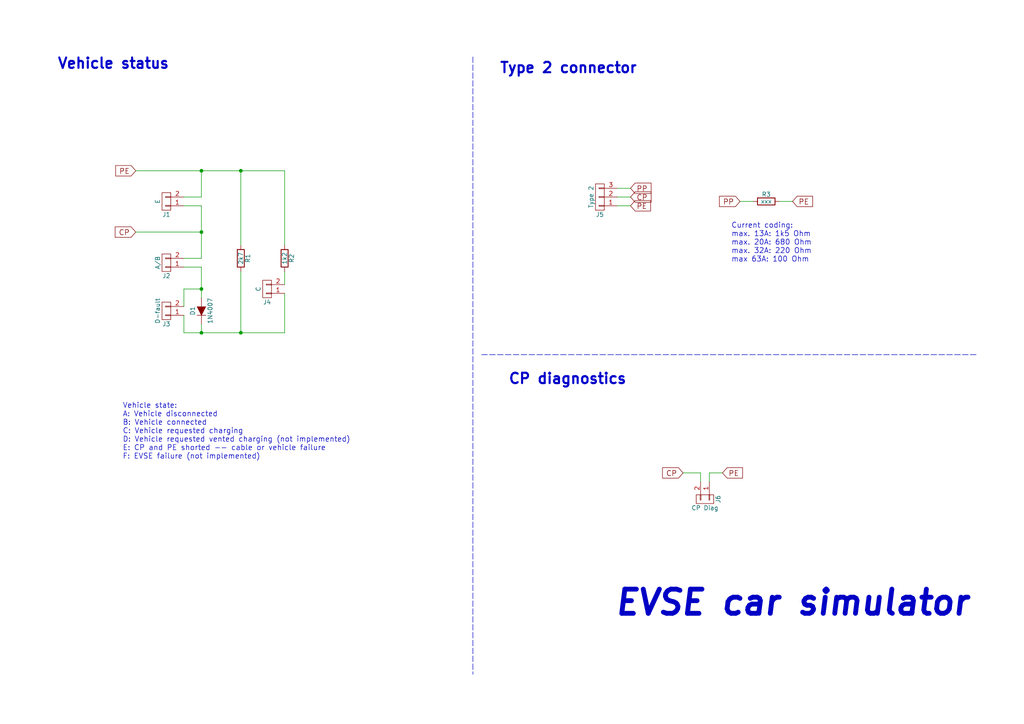
<source format=kicad_sch>
(kicad_sch (version 20231120) (generator "eeschema") (generator_version "8.0")
  (paper "A4")
  (title_block (title "Car simulator") (date "2018-11-26") (rev "0.5") (company "Mathias Dalheimer"))
  (lib_symbols
    (symbol "EVSE-Car-Simulator-rescue:CONN_01X02" (pin_names (offset 1.016) hide)
      (property "Reference" "P" (at 0 3.81 0))
      (property "Value" "CONN_01X02" (at 2.54 0 90))
      (symbol "CONN_01X02_0_1"
        (rectangle (start -1.27 -1.143) (end 0.254 -1.397))
        (rectangle (start -1.27 1.397) (end 0.254 1.143))
        (rectangle (start -1.27 2.54) (end 1.27 -2.54))
      )
      (symbol "CONN_01X02_1_1"
        (pin passive line (at -5.08 1.27 0) (length 3.81) (name "P1") (number "1"))
        (pin passive line (at -5.08 -1.27 0) (length 3.81) (name "P2") (number "2"))
      )
    )
    (symbol "EVSE-Car-Simulator-rescue:CONN_01X03" (pin_names (offset 1.016) hide)
      (property "Reference" "P" (at 0 5.08 0))
      (property "Value" "CONN_01X03" (at 2.54 0 90))
      (symbol "CONN_01X03_0_1"
        (rectangle (start -1.27 -2.413) (end 0.254 -2.667))
        (rectangle (start -1.27 0.127) (end 0.254 -0.127))
        (rectangle (start -1.27 2.667) (end 0.254 2.413))
        (rectangle (start -1.27 3.81) (end 1.27 -3.81))
      )
      (symbol "CONN_01X03_1_1"
        (pin passive line (at -5.08 2.54 0) (length 3.81) (name "P1") (number "1"))
        (pin passive line (at -5.08 0 0) (length 3.81) (name "P2") (number "2"))
        (pin passive line (at -5.08 -2.54 0) (length 3.81) (name "P3") (number "3"))
      )
    )
    (symbol "EVSE-Car-Simulator-rescue:D" (pin_numbers hide) (pin_names (offset 1.016) hide)
      (property "Reference" "D" (at 0 2.54 0))
      (property "Value" "D" (at 0 -2.54 0))
      (symbol "D_0_1"
        (polyline (pts (xy -1.27 1.27) (xy -1.27 -1.27)) (stroke (width 0.1524)))
        (polyline (pts (xy 1.27 1.27) (xy -1.27 0) (xy 1.27 -1.27)) (fill (type outline)))
      )
      (symbol "D_1_1"
        (pin passive line (at -3.81 0 0) (length 2.54) (name "K") (number "1"))
        (pin passive line (at 3.81 0 180) (length 2.54) (name "A") (number "2"))
      )
    )
    (symbol "EVSE-Car-Simulator-rescue:R-RESCUE-EVSE-Car-Simulator" (pin_numbers hide) (pin_names (offset 0))
      (property "Reference" "R" (at 2.032 0 90))
      (property "Value" "R-RESCUE-EVSE-Car-Simulator" (at 0 0 90))
      (symbol "R-RESCUE-EVSE-Car-Simulator_0_1"
        (rectangle (start -1.016 -2.54) (end 1.016 2.54) (stroke (width 0.254)))
      )
      (symbol "R-RESCUE-EVSE-Car-Simulator_1_1"
        (pin passive line (at 0 3.81 270) (length 1.27) (name "~") (number "1"))
        (pin passive line (at 0 -3.81 90) (length 1.27) (name "~") (number "2"))
      )
    )
  )
  (junction (at 58.42 67.31))
  (junction (at 58.42 49.53))
  (junction (at 69.85 49.53))
  (junction (at 69.85 96.52))
  (junction (at 58.42 83.82))
  (junction (at 58.42 96.52))
  (wire (pts (xy 198.12 137.16) (xy 203.2 137.16)))
  (wire (pts (xy 53.34 96.52) (xy 58.42 96.52)))
  (wire (pts (xy 58.42 83.82) (xy 58.42 77.47)))
  (wire (pts (xy 58.42 93.98) (xy 58.42 96.52)))
  (wire (pts (xy 58.42 83.82) (xy 58.42 86.36)))
  (wire (pts (xy 69.85 96.52) (xy 82.55 96.52)))
  (wire (pts (xy 69.85 78.74) (xy 69.85 96.52)))
  (wire (pts (xy 53.34 57.15) (xy 58.42 57.15)))
  (wire (pts (xy 39.37 67.31) (xy 58.42 67.31)))
  (wire (pts (xy 53.34 83.82) (xy 58.42 83.82)))
  (wire (pts (xy 82.55 49.53) (xy 82.55 71.12)))
  (wire (pts (xy 82.55 96.52) (xy 82.55 85.09)))
  (wire (pts (xy 182.88 54.61) (xy 179.07 54.61)))
  (polyline (pts (xy 139.7 102.87) (xy 283.21 102.87)) (stroke (width 0) (type dash)))
  (wire (pts (xy 182.88 57.15) (xy 179.07 57.15)))
  (wire (pts (xy 82.55 82.55) (xy 82.55 78.74)))
  (wire (pts (xy 53.34 74.93) (xy 58.42 74.93)))
  (wire (pts (xy 69.85 49.53) (xy 82.55 49.53)))
  (wire (pts (xy 203.2 137.16) (xy 203.2 139.7)))
  (wire (pts (xy 53.34 91.44) (xy 53.34 96.52)))
  (wire (pts (xy 179.07 59.69) (xy 182.88 59.69)))
  (wire (pts (xy 205.74 139.7) (xy 205.74 137.16)))
  (wire (pts (xy 39.37 49.53) (xy 58.42 49.53)))
  (wire (pts (xy 69.85 49.53) (xy 69.85 71.12)))
  (wire (pts (xy 58.42 67.31) (xy 58.42 74.93)))
  (polyline (pts (xy 137.16 16.51) (xy 137.16 195.58)) (stroke (width 0) (type dash)))
  (wire (pts (xy 53.34 88.9) (xy 53.34 83.82)))
  (wire (pts (xy 226.06 58.42) (xy 229.87 58.42)))
  (wire (pts (xy 58.42 59.69) (xy 58.42 67.31)))
  (wire (pts (xy 214.63 58.42) (xy 218.44 58.42)))
  (wire (pts (xy 58.42 96.52) (xy 69.85 96.52)))
  (wire (pts (xy 58.42 77.47) (xy 53.34 77.47)))
  (wire (pts (xy 58.42 49.53) (xy 69.85 49.53)))
  (wire (pts (xy 53.34 59.69) (xy 58.42 59.69)))
  (wire (pts (xy 58.42 49.53) (xy 58.42 57.15)))
  (wire (pts (xy 205.74 137.16) (xy 209.55 137.16)))
  (text "Current coding:\nmax. 13A: 1k5 Ohm\nmax. 20A: 680 Ohm\nmax. 32A: 220 Ohm\nmax 63A: 100 Ohm" (at 212.09 76.2 0) (effects (font (size 1.524 1.524)) (justify left bottom)))
  (text "CP diagnostics" (at 147.32 111.76 0) (effects (font (size 2.9972 2.9972) (thickness 0.5994) (bold yes)) (justify left bottom)))
  (text "Vehicle state:\nA: Vehicle disconnected\nB: Vehicle connected\nC: Vehicle requested charging\nD: Vehicle requested vented charging (not implemented)\nE: CP and PE shorted -- cable or vehicle failure\nF: EVSE failure (not implemented)" (at 35.56 133.35 0) (effects (font (size 1.524 1.524)) (justify left bottom)))
  (text "Type 2 connector" (at 144.78 21.59 0) (effects (font (size 2.9972 2.9972) (thickness 0.5994) (bold yes)) (justify left bottom)))
  (text "EVSE car simulator" (at 177.8 179.07 0) (effects (font (size 7.0104 7.0104) (thickness 1.4021) (bold yes) (italic yes)) (justify left bottom)))
  (text "Vehicle status" (at 16.51 20.32 0) (effects (font (size 2.9972 2.9972) (thickness 0.5994) (bold yes)) (justify left bottom)))
  (global_label "PE" (shape input) (at 229.87 58.42 0) (effects (font (size 1.524 1.524))) (property "Intersheetrefs" "${INTERSHEET_REFS}" (effects (hide yes))))
  (global_label "PP" (shape input) (at 214.63 58.42 180) (effects (font (size 1.524 1.524))) (property "Intersheetrefs" "${INTERSHEET_REFS}" (effects (hide yes))))
  (global_label "PE" (shape input) (at 209.55 137.16 0) (effects (font (size 1.524 1.524))) (property "Intersheetrefs" "${INTERSHEET_REFS}" (effects (hide yes))))
  (global_label "PE" (shape input) (at 39.37 49.53 180) (effects (font (size 1.524 1.524))) (property "Intersheetrefs" "${INTERSHEET_REFS}" (effects (hide yes))))
  (global_label "CP" (shape input) (at 198.12 137.16 180) (effects (font (size 1.524 1.524))) (property "Intersheetrefs" "${INTERSHEET_REFS}" (effects (hide yes))))
  (global_label "PE" (shape input) (at 182.88 59.69 0) (effects (font (size 1.524 1.524))) (property "Intersheetrefs" "${INTERSHEET_REFS}" (effects (hide yes))))
  (global_label "CP" (shape input) (at 39.37 67.31 180) (effects (font (size 1.524 1.524))) (property "Intersheetrefs" "${INTERSHEET_REFS}" (effects (hide yes))))
  (global_label "PP" (shape input) (at 182.88 54.61 0) (effects (font (size 1.524 1.524))) (property "Intersheetrefs" "${INTERSHEET_REFS}" (effects (hide yes))))
  (global_label "CP" (shape input) (at 182.88 57.15 0) (effects (font (size 1.524 1.524))) (property "Intersheetrefs" "${INTERSHEET_REFS}" (effects (hide yes))))
  (symbol (lib_id "EVSE-Car-Simulator-rescue:CONN_01X03") (at 173.99 57.15 180) (unit 1)
    (property "Reference" "J5" (at 173.99 62.23 0))
    (property "Value" "Type 2" (at 171.45 57.15 90))
    (property "Footprint" "lib:Type2-Solderpads" (effects (hide yes)))
  )
  (symbol (lib_id "EVSE-Car-Simulator-rescue:R-RESCUE-EVSE-Car-Simulator") (at 222.25 58.42 90) (unit 1)
    (property "Reference" "R3" (at 222.25 56.388 90))
    (property "Value" "xxx" (at 222.25 58.42 90))
    (property "Footprint" "Resistors_THT:R_Axial_DIN0204_L3.6mm_D1.6mm_P7.62mm_Horizontal" (effects (hide yes)))
  )
  (symbol (lib_id "EVSE-Car-Simulator-rescue:CONN_01X02") (at 204.47 144.78 270) (unit 1)
    (property "Reference" "J6" (at 208.28 144.78 0))
    (property "Value" "CP Diag" (at 204.47 147.32 90))
    (property "Footprint" "Pin_Headers:Pin_Header_Straight_1x02_Pitch2.54mm" (effects (hide yes)))
  )
  (symbol (lib_id "EVSE-Car-Simulator-rescue:D") (at 58.42 90.17 90) (unit 1)
    (property "Reference" "D1" (at 55.88 90.17 0))
    (property "Value" "1N4007" (at 60.96 90.17 0))
    (property "Footprint" "Diodes_THT:D_DO-41_SOD81_P7.62mm_Horizontal" (effects (hide yes)))
  )
  (symbol (lib_id "EVSE-Car-Simulator-rescue:CONN_01X02") (at 48.26 76.2 180) (unit 1)
    (property "Reference" "J2" (at 48.26 80.01 0))
    (property "Value" "A/B" (at 45.72 76.2 90))
    (property "Footprint" "Pin_Headers:Pin_Header_Straight_1x02_Pitch2.54mm" (effects (hide yes)))
  )
  (symbol (lib_id "EVSE-Car-Simulator-rescue:R-RESCUE-EVSE-Car-Simulator") (at 69.85 74.93 0) (unit 1)
    (property "Reference" "R1" (at 71.882 74.93 90))
    (property "Value" "2k7" (at 69.85 74.93 90))
    (property "Footprint" "Resistors_THT:R_Axial_DIN0204_L3.6mm_D1.6mm_P7.62mm_Horizontal" (effects (hide yes)))
  )
  (symbol (lib_id "EVSE-Car-Simulator-rescue:CONN_01X02") (at 77.47 83.82 180) (unit 1)
    (property "Reference" "J4" (at 77.47 87.63 0))
    (property "Value" "C" (at 74.93 83.82 90))
    (property "Footprint" "Pin_Headers:Pin_Header_Straight_1x02_Pitch2.54mm" (effects (hide yes)))
  )
  (symbol (lib_id "EVSE-Car-Simulator-rescue:R-RESCUE-EVSE-Car-Simulator") (at 82.55 74.93 0) (unit 1)
    (property "Reference" "R2" (at 84.582 74.93 90))
    (property "Value" "1k2" (at 82.55 74.93 90))
    (property "Footprint" "Resistors_THT:R_Axial_DIN0204_L3.6mm_D1.6mm_P7.62mm_Horizontal" (effects (hide yes)))
  )
  (symbol (lib_id "EVSE-Car-Simulator-rescue:CONN_01X02") (at 48.26 90.17 180) (unit 1)
    (property "Reference" "J3" (at 48.26 93.98 0))
    (property "Value" "D-fault" (at 45.72 90.17 90))
    (property "Footprint" "Pin_Headers:Pin_Header_Straight_1x02_Pitch2.54mm" (effects (hide yes)))
  )
  (symbol (lib_id "EVSE-Car-Simulator-rescue:CONN_01X02") (at 48.26 58.42 180) (unit 1)
    (property "Reference" "J1" (at 48.26 62.23 0))
    (property "Value" "E" (at 45.72 58.42 90))
    (property "Footprint" "Pin_Headers:Pin_Header_Straight_1x02_Pitch2.54mm" (effects (hide yes)))
  )
)
</source>
